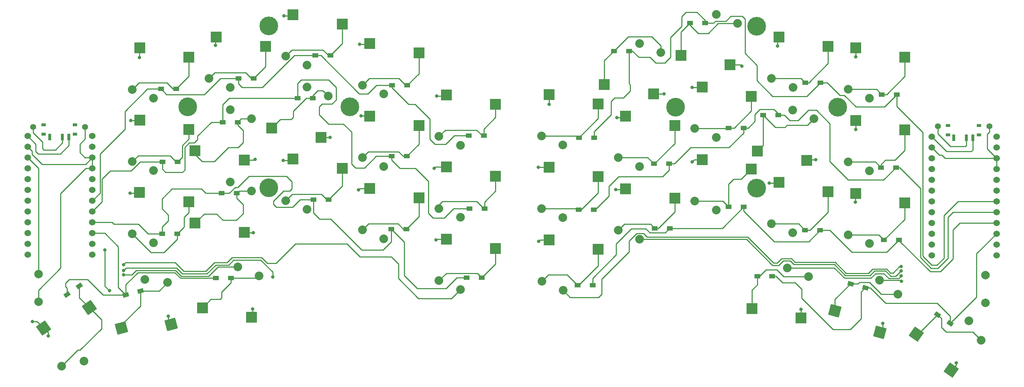
<source format=gbr>
%TF.GenerationSoftware,KiCad,Pcbnew,(6.0.5-0)*%
%TF.CreationDate,2022-07-05T16:09:48-07:00*%
%TF.ProjectId,Swept_3x5,53776570-745f-4337-9835-2e6b69636164,rev?*%
%TF.SameCoordinates,Original*%
%TF.FileFunction,Copper,L2,Bot*%
%TF.FilePolarity,Positive*%
%FSLAX46Y46*%
G04 Gerber Fmt 4.6, Leading zero omitted, Abs format (unit mm)*
G04 Created by KiCad (PCBNEW (6.0.5-0)) date 2022-07-05 16:09:48*
%MOMM*%
%LPD*%
G01*
G04 APERTURE LIST*
G04 Aperture macros list*
%AMRotRect*
0 Rectangle, with rotation*
0 The origin of the aperture is its center*
0 $1 length*
0 $2 width*
0 $3 Rotation angle, in degrees counterclockwise*
0 Add horizontal line*
21,1,$1,$2,0,0,$3*%
G04 Aperture macros list end*
%TA.AperFunction,ComponentPad*%
%ADD10C,1.524000*%
%TD*%
%TA.AperFunction,ComponentPad*%
%ADD11C,2.032000*%
%TD*%
%TA.AperFunction,SMDPad,CuDef*%
%ADD12R,2.600000X2.600000*%
%TD*%
%TA.AperFunction,SMDPad,CuDef*%
%ADD13RotRect,2.600000X2.600000X165.000000*%
%TD*%
%TA.AperFunction,ComponentPad*%
%ADD14C,2.000000*%
%TD*%
%TA.AperFunction,ComponentPad*%
%ADD15C,4.400000*%
%TD*%
%TA.AperFunction,SMDPad,CuDef*%
%ADD16RotRect,2.600000X2.600000X195.000000*%
%TD*%
%TA.AperFunction,SMDPad,CuDef*%
%ADD17RotRect,2.600000X2.600000X145.000000*%
%TD*%
%TA.AperFunction,ComponentPad*%
%ADD18C,1.397000*%
%TD*%
%TA.AperFunction,SMDPad,CuDef*%
%ADD19RotRect,2.600000X2.600000X35.000000*%
%TD*%
%TA.AperFunction,SMDPad,CuDef*%
%ADD20R,1.400000X1.000000*%
%TD*%
%TA.AperFunction,SMDPad,CuDef*%
%ADD21R,0.700000X1.500000*%
%TD*%
%TA.AperFunction,SMDPad,CuDef*%
%ADD22R,1.000000X0.800000*%
%TD*%
%TA.AperFunction,SMDPad,CuDef*%
%ADD23RotRect,1.400000X1.000000X145.000000*%
%TD*%
%TA.AperFunction,SMDPad,CuDef*%
%ADD24RotRect,1.400000X1.000000X35.000000*%
%TD*%
%TA.AperFunction,SMDPad,CuDef*%
%ADD25RotRect,1.400000X1.000000X165.000000*%
%TD*%
%TA.AperFunction,SMDPad,CuDef*%
%ADD26RotRect,1.400000X1.000000X15.000000*%
%TD*%
%TA.AperFunction,ViaPad*%
%ADD27C,0.800000*%
%TD*%
%TA.AperFunction,Conductor*%
%ADD28C,0.250000*%
%TD*%
G04 APERTURE END LIST*
D10*
%TO.P,U1,24,RAW*%
%TO.N,raw*%
X231160401Y-49847433D03*
%TO.P,U1,23,GND*%
%TO.N,gnd*%
X231160401Y-52387433D03*
%TO.P,U1,22,RST*%
%TO.N,reset*%
X231160401Y-54927433D03*
%TO.P,U1,21,VCC*%
%TO.N,vcc*%
X231160401Y-57467433D03*
%TO.P,U1,20,F4*%
%TO.N,col0*%
X231160401Y-60007433D03*
%TO.P,U1,19,F5*%
%TO.N,col1*%
X231160401Y-62547433D03*
%TO.P,U1,18,F6*%
%TO.N,col2*%
X231160401Y-65087433D03*
%TO.P,U1,17,F7*%
%TO.N,col3*%
X231160401Y-67627433D03*
%TO.P,U1,16,B1*%
%TO.N,col4*%
X231160401Y-70167433D03*
%TO.P,U1,15,B3*%
%TO.N,col5*%
X231160401Y-72707433D03*
%TO.P,U1,14,B2*%
%TO.N,unconnected-(U1-Pad14)*%
X231160401Y-75247433D03*
%TO.P,U1,13,B6*%
%TO.N,unconnected-(U1-Pad13)*%
X231160401Y-77787433D03*
%TO.P,U1,12,B5*%
%TO.N,unconnected-(U1-Pad12)*%
X246380401Y-77787433D03*
%TO.P,U1,11,B4*%
%TO.N,unconnected-(U1-Pad11)*%
X246380401Y-75247433D03*
%TO.P,U1,10,E6*%
%TO.N,row_3*%
X246380401Y-72707433D03*
%TO.P,U1,9,D7*%
%TO.N,row_2*%
X246380401Y-70167433D03*
%TO.P,U1,8,C6*%
%TO.N,row_1*%
X246380401Y-67627433D03*
%TO.P,U1,7,D4*%
%TO.N,row_0*%
X246380401Y-65087433D03*
%TO.P,U1,6,SCL*%
%TO.N,unconnected-(U1-Pad6)*%
X246380401Y-62547433D03*
%TO.P,U1,5,SDA*%
%TO.N,unconnected-(U1-Pad5)*%
X246380401Y-60007433D03*
%TO.P,U1,4,GND*%
%TO.N,gnd*%
X246380401Y-57467433D03*
%TO.P,U1,3,GND*%
X246380401Y-54927433D03*
%TO.P,U1,2,RX*%
%TO.N,unconnected-(U1-Pad2)*%
X246380401Y-52387433D03*
%TO.P,U1,1,TX*%
%TO.N,unconnected-(U1-Pad1)*%
X246380401Y-49847433D03*
%TD*%
D11*
%TO.P,SW16,2,2*%
%TO.N,Net-(D14-Pad2)*%
X157497201Y-71920233D03*
D12*
X170772201Y-64370233D03*
%TO.P,SW16,1,1*%
%TO.N,col2*%
X159222201Y-62170233D03*
D11*
X162497201Y-74020233D03*
%TD*%
D12*
%TO.P,SW20,2,2*%
%TO.N,Net-(D18-Pad2)*%
X188918601Y-90386833D03*
D11*
X202193601Y-82836833D03*
%TO.P,SW20,1,1*%
%TO.N,col3*%
X197193601Y-80736833D03*
D12*
X200468601Y-92586833D03*
%TD*%
%TO.P,SW15,2,2*%
%TO.N,Net-(D13-Pad2)*%
X152814401Y-76384433D03*
D11*
X139539401Y-83934433D03*
D12*
%TO.P,SW15,1,1*%
%TO.N,col1*%
X141264401Y-74184433D03*
D11*
X144539401Y-86034433D03*
%TD*%
%TO.P,SW21,2,2*%
%TO.N,Net-(D19-Pad2)*%
X223199743Y-86978210D03*
D13*
X208422993Y-90835127D03*
%TO.P,SW21,1,1*%
%TO.N,col4*%
X219010035Y-95949524D03*
D11*
X218913633Y-83655671D03*
%TD*%
%TO.P,SW17,2,2*%
%TO.N,Net-(D15-Pad2)*%
X175505801Y-65036833D03*
D12*
X188780801Y-57486833D03*
%TO.P,SW17,1,1*%
%TO.N,col3*%
X177230801Y-55286833D03*
D11*
X180505801Y-67136833D03*
%TD*%
%TO.P,SW18,2,2*%
%TO.N,Net-(D16-Pad2)*%
X193514401Y-70396233D03*
D12*
X206789401Y-62846233D03*
%TO.P,SW18,1,1*%
%TO.N,col4*%
X195239401Y-60646233D03*
D11*
X198514401Y-72496233D03*
%TD*%
%TO.P,SW4,2,2*%
%TO.N,Net-(D2-Pad2)*%
X167522601Y-30081033D03*
D12*
X154247601Y-37631033D03*
D11*
%TO.P,SW4,1,1*%
%TO.N,col2*%
X162522601Y-27981033D03*
D12*
X165797601Y-39831033D03*
%TD*%
%TO.P,SW3,2,2*%
%TO.N,Net-(D1-Pad2)*%
X152789001Y-42170633D03*
D11*
X139514001Y-49720633D03*
D12*
%TO.P,SW3,1,1*%
%TO.N,col1*%
X141239001Y-39970633D03*
D11*
X144514001Y-51820633D03*
%TD*%
%TO.P,SW9,2,2*%
%TO.N,Net-(D7-Pad2)*%
X139514001Y-66814833D03*
D12*
X152789001Y-59264833D03*
%TO.P,SW9,1,1*%
%TO.N,col1*%
X141239001Y-57064833D03*
D11*
X144514001Y-68914833D03*
%TD*%
D12*
%TO.P,SW12,2,2*%
%TO.N,Net-(D10-Pad2)*%
X190239401Y-53226633D03*
D11*
X203514401Y-45676633D03*
%TO.P,SW12,1,1*%
%TO.N,col4*%
X198514401Y-43576633D03*
D12*
X201789401Y-55426633D03*
%TD*%
%TO.P,SW11,2,2*%
%TO.N,Net-(D9-Pad2)*%
X188780801Y-40367233D03*
D11*
X175505801Y-47917233D03*
D12*
%TO.P,SW11,1,1*%
%TO.N,col3*%
X177230801Y-38167233D03*
D11*
X180505801Y-50017233D03*
%TD*%
%TO.P,SW6,2,2*%
%TO.N,Net-(D4-Pad2)*%
X193539801Y-36157033D03*
D12*
X206814801Y-28607033D03*
D11*
%TO.P,SW6,1,1*%
%TO.N,col4*%
X198539801Y-38257033D03*
D12*
X195264801Y-26407033D03*
%TD*%
D11*
%TO.P,SW5,2,2*%
%TO.N,Net-(D3-Pad2)*%
X185531201Y-23223033D03*
D12*
X172256201Y-30773033D03*
%TO.P,SW5,1,1*%
%TO.N,col3*%
X183806201Y-32973033D03*
D11*
X180531201Y-21123033D03*
%TD*%
D14*
%TO.P,RSW1,2,2*%
%TO.N,reset*%
X243751801Y-88997833D03*
%TO.P,RSW1,1,1*%
%TO.N,gnd*%
X243751801Y-82497833D03*
%TD*%
D11*
%TO.P,SW10,2,2*%
%TO.N,Net-(D8-Pad2)*%
X157497201Y-54800633D03*
D12*
X170772201Y-47250633D03*
D11*
%TO.P,SW10,1,1*%
%TO.N,col2*%
X162497201Y-56900633D03*
D12*
X159222201Y-45050633D03*
%TD*%
D15*
%TO.P,REF\u002A\u002A,1*%
%TO.N,N/C*%
X190022601Y-61983433D03*
X190022601Y-23883433D03*
X170972601Y-42933433D03*
X209072601Y-42933433D03*
%TD*%
D10*
%TO.P,U2,1,TX*%
%TO.N,unconnected-(U2-Pad1)*%
X33942000Y-49722800D03*
%TO.P,U2,2,RX*%
%TO.N,unconnected-(U2-Pad2)*%
X33942000Y-52262800D03*
%TO.P,U2,3,GND*%
%TO.N,gnd_r*%
X33942000Y-54802800D03*
%TO.P,U2,4,GND*%
X33942000Y-57342800D03*
%TO.P,U2,5,SDA*%
%TO.N,unconnected-(U2-Pad5)*%
X33942000Y-59882800D03*
%TO.P,U2,6,SCL*%
%TO.N,unconnected-(U2-Pad6)*%
X33942000Y-62422800D03*
%TO.P,U2,7,D4*%
%TO.N,row_0r*%
X33942000Y-64962800D03*
%TO.P,U2,8,C6*%
%TO.N,row_1r*%
X33942000Y-67502800D03*
%TO.P,U2,9,D7*%
%TO.N,row_2r*%
X33942000Y-70042800D03*
%TO.P,U2,10,E6*%
%TO.N,row_3r*%
X33942000Y-72582800D03*
%TO.P,U2,11,B4*%
%TO.N,unconnected-(U2-Pad11)*%
X33942000Y-75122800D03*
%TO.P,U2,12,B5*%
%TO.N,unconnected-(U2-Pad12)*%
X33942000Y-77662800D03*
%TO.P,U2,13,B6*%
%TO.N,unconnected-(U2-Pad13)*%
X18722000Y-77662800D03*
%TO.P,U2,14,B2*%
%TO.N,unconnected-(U2-Pad14)*%
X18722000Y-75122800D03*
%TO.P,U2,15,B3*%
%TO.N,col5r*%
X18722000Y-72582800D03*
%TO.P,U2,16,B1*%
%TO.N,col4r*%
X18722000Y-70042800D03*
%TO.P,U2,17,F7*%
%TO.N,col3r*%
X18722000Y-67502800D03*
%TO.P,U2,18,F6*%
%TO.N,col2r*%
X18722000Y-64962800D03*
%TO.P,U2,19,F5*%
%TO.N,col1r*%
X18722000Y-62422800D03*
%TO.P,U2,20,F4*%
%TO.N,col0r*%
X18722000Y-59882800D03*
%TO.P,U2,21,VCC*%
%TO.N,vcc_r*%
X18722000Y-57342800D03*
%TO.P,U2,22,RST*%
%TO.N,reset_r*%
X18722000Y-54802800D03*
%TO.P,U2,23,GND*%
%TO.N,gnd_r*%
X18722000Y-52262800D03*
%TO.P,U2,24,RAW*%
%TO.N,raw_r*%
X18722000Y-49722800D03*
%TD*%
D12*
%TO.P,SW17_r1,1,1*%
%TO.N,col3r*%
X81103800Y-55162400D03*
D11*
X84378800Y-67012400D03*
%TO.P,SW17_r1,2,2*%
%TO.N,Net-(Dr15-Pad2)*%
X79378800Y-64912400D03*
D12*
X92653800Y-57362400D03*
%TD*%
D11*
%TO.P,SW11_r1,1,1*%
%TO.N,col3r*%
X84353400Y-38219800D03*
D12*
X87628400Y-50069800D03*
%TO.P,SW11_r1,2,2*%
%TO.N,Net-(Dr9-Pad2)*%
X76078400Y-47869800D03*
D11*
X89353400Y-40319800D03*
%TD*%
%TO.P,SW15_r1,1,1*%
%TO.N,col1r*%
X120396000Y-85859200D03*
D12*
X117121000Y-74009200D03*
D11*
%TO.P,SW15_r1,2,2*%
%TO.N,Net-(Dr13-Pad2)*%
X115396000Y-83759200D03*
D12*
X128671000Y-76209200D03*
%TD*%
D11*
%TO.P,SW18_r1,1,1*%
%TO.N,col4r*%
X66344800Y-60521000D03*
D12*
X69619800Y-72371000D03*
D11*
%TO.P,SW18_r1,2,2*%
%TO.N,Net-(Dr16-Pad2)*%
X71344800Y-62621000D03*
D12*
X58069800Y-70171000D03*
%TD*%
D11*
%TO.P,SW6_r1,1,1*%
%TO.N,col4r*%
X66344800Y-38259600D03*
D12*
X63069800Y-26409600D03*
%TO.P,SW6_r1,2,2*%
%TO.N,Net-(Dr4-Pad2)*%
X74619800Y-28609600D03*
D11*
X61344800Y-36159600D03*
%TD*%
%TO.P,SW5_r1,1,1*%
%TO.N,col3r*%
X84378800Y-33001800D03*
D12*
X81103800Y-21151800D03*
D11*
%TO.P,SW5_r1,2,2*%
%TO.N,Net-(Dr3-Pad2)*%
X79378800Y-30901800D03*
D12*
X92653800Y-23351800D03*
%TD*%
D11*
%TO.P,SW16_r1,1,1*%
%TO.N,col2r*%
X102412800Y-73895800D03*
D12*
X99137800Y-62045800D03*
%TO.P,SW16_r1,2,2*%
%TO.N,Net-(Dr14-Pad2)*%
X110687800Y-64245800D03*
D11*
X97412800Y-71795800D03*
%TD*%
D12*
%TO.P,SW4_r1,1,1*%
%TO.N,col2r*%
X99112400Y-27984400D03*
D11*
X102387400Y-39834400D03*
%TO.P,SW4_r1,2,2*%
%TO.N,Net-(Dr2-Pad2)*%
X97387400Y-37734400D03*
D12*
X110662400Y-30184400D03*
%TD*%
%TO.P,SW13_r1,1,1*%
%TO.N,col5r*%
X45061200Y-45993000D03*
D11*
X48336200Y-57843000D03*
D12*
%TO.P,SW13_r1,2,2*%
%TO.N,Net-(Dr11-Pad2)*%
X56611200Y-48193000D03*
D11*
X43336200Y-55743000D03*
%TD*%
%TO.P,SW12_r1,1,1*%
%TO.N,col4r*%
X66344800Y-43528400D03*
D12*
X69619800Y-55378400D03*
%TO.P,SW12_r1,2,2*%
%TO.N,Net-(Dr10-Pad2)*%
X58069800Y-53178400D03*
D11*
X71344800Y-45628400D03*
%TD*%
D12*
%TO.P,SW3_r1,1,1*%
%TO.N,col1r*%
X117121000Y-40024000D03*
D11*
X120396000Y-51874000D03*
D12*
%TO.P,SW3_r1,2,2*%
%TO.N,Net-(Dr1-Pad2)*%
X128671000Y-42224000D03*
D11*
X115396000Y-49774000D03*
%TD*%
D16*
%TO.P,SW21_r1,1,1*%
%TO.N,col4r*%
X52480780Y-94053626D03*
D11*
X46250368Y-83455038D03*
D16*
%TO.P,SW21_r1,2,2*%
%TO.N,Net-(Dr19-Pad2)*%
X40754935Y-94917949D03*
D11*
X51623517Y-84189387D03*
%TD*%
D12*
%TO.P,SW9_r1,1,1*%
%TO.N,col1r*%
X117121000Y-57016600D03*
D11*
X120396000Y-68866600D03*
%TO.P,SW9_r1,2,2*%
%TO.N,Net-(Dr7-Pad2)*%
X115396000Y-66766600D03*
D12*
X128671000Y-59216600D03*
%TD*%
D11*
%TO.P,SW20_r1,1,1*%
%TO.N,col3r*%
X68072000Y-80510800D03*
D12*
X71347000Y-92360800D03*
D11*
%TO.P,SW20_r1,2,2*%
%TO.N,Net-(Dr18-Pad2)*%
X73072000Y-82610800D03*
D12*
X59797000Y-90160800D03*
%TD*%
%TO.P,SW7_r1,1,1*%
%TO.N,col5r*%
X45061200Y-29000400D03*
D11*
X48336200Y-40850400D03*
D12*
%TO.P,SW7_r1,2,2*%
%TO.N,Net-(Dr5-Pad2)*%
X56611200Y-31200400D03*
D11*
X43336200Y-38750400D03*
%TD*%
D15*
%TO.P,REF\u002A\u002A,1*%
%TO.N,N/C*%
X94407400Y-42878400D03*
X56307400Y-42878400D03*
X75357400Y-61928400D03*
X75357400Y-23828400D03*
%TD*%
D14*
%TO.P,RSW2,1,1*%
%TO.N,gnd_r*%
X21285200Y-88721000D03*
%TO.P,RSW2,2,2*%
%TO.N,reset_r*%
X21285200Y-82221000D03*
%TD*%
D12*
%TO.P,SW13,2,2*%
%TO.N,Net-(D11-Pad2)*%
X224823401Y-48292033D03*
D11*
X211548401Y-55842033D03*
%TO.P,SW13,1,1*%
%TO.N,col5*%
X216548401Y-57942033D03*
D12*
X213273401Y-46092033D03*
%TD*%
D11*
%TO.P,SW22,2,2*%
%TO.N,Net-(D20-Pad2)*%
X242762752Y-97796537D03*
D17*
X227558006Y-96366908D03*
%TO.P,SW22,1,1*%
%TO.N,col5*%
X235757344Y-104793850D03*
D11*
X239871502Y-93208436D03*
%TD*%
D12*
%TO.P,SW19,2,2*%
%TO.N,Net-(D17-Pad2)*%
X224823401Y-65411633D03*
D11*
X211548401Y-72961633D03*
D12*
%TO.P,SW19,1,1*%
%TO.N,col5*%
X213273401Y-63211633D03*
D11*
X216548401Y-75061633D03*
%TD*%
D12*
%TO.P,SW19_r1,1,1*%
%TO.N,col5r*%
X45035800Y-63011000D03*
D11*
X48310800Y-74861000D03*
%TO.P,SW19_r1,2,2*%
%TO.N,Net-(Dr17-Pad2)*%
X43310800Y-72761000D03*
D12*
X56585800Y-65211000D03*
%TD*%
D18*
%TO.P,Bat+1,1,1*%
%TO.N,BT+*%
X232575801Y-47393833D03*
%TD*%
D12*
%TO.P,SW10_r1,1,1*%
%TO.N,col2r*%
X99112400Y-45027800D03*
D11*
X102387400Y-56877800D03*
%TO.P,SW10_r1,2,2*%
%TO.N,Net-(Dr8-Pad2)*%
X97387400Y-54777800D03*
D12*
X110662400Y-47227800D03*
%TD*%
D19*
%TO.P,SW22_r1,1,1*%
%TO.N,col5r*%
X22489033Y-94916438D03*
D11*
X31968637Y-102744927D03*
D19*
%TO.P,SW22_r1,2,2*%
%TO.N,Net-(Dr20-Pad2)*%
X33212108Y-90093765D03*
D11*
X26668366Y-103892590D03*
%TD*%
D18*
%TO.P,BatGND1,1,1*%
%TO.N,gnd*%
X244717001Y-47444633D03*
%TD*%
%TO.P,Bat+r1,1,1*%
%TO.N,BT+_r*%
X20040600Y-47574200D03*
%TD*%
D11*
%TO.P,SW7,2,2*%
%TO.N,Net-(D5-Pad2)*%
X211548401Y-38722433D03*
D12*
X224823401Y-31172433D03*
%TO.P,SW7,1,1*%
%TO.N,col5*%
X213273401Y-28972433D03*
D11*
X216548401Y-40822433D03*
%TD*%
D18*
%TO.P,BatGND4,1,1*%
%TO.N,gnd_r*%
X32207200Y-47625000D03*
%TD*%
D20*
%TO.P,D7,2,A*%
%TO.N,Net-(D7-Pad2)*%
X148225401Y-67078833D03*
%TO.P,D7,1,K*%
%TO.N,row_1*%
X151775401Y-67078833D03*
%TD*%
%TO.P,D18,2,A*%
%TO.N,Net-(D18-Pad2)*%
X190157801Y-82725233D03*
%TO.P,D18,1,K*%
%TO.N,row_3*%
X193707801Y-82725233D03*
%TD*%
%TO.P,Dr16,1,K*%
%TO.N,row_2r*%
X64315800Y-63195200D03*
%TO.P,Dr16,2,A*%
%TO.N,Net-(Dr16-Pad2)*%
X67865800Y-63195200D03*
%TD*%
%TO.P,Dr15,1,K*%
%TO.N,row_2r*%
X85905800Y-64693800D03*
%TO.P,Dr15,2,A*%
%TO.N,Net-(Dr15-Pad2)*%
X89455800Y-64693800D03*
%TD*%
%TO.P,Dr3,1,K*%
%TO.N,row_0r*%
X86312200Y-30759400D03*
%TO.P,Dr3,2,A*%
%TO.N,Net-(Dr3-Pad2)*%
X89862200Y-30759400D03*
%TD*%
%TO.P,Dr18,1,K*%
%TO.N,row_3r*%
X62915800Y-83159600D03*
%TO.P,Dr18,2,A*%
%TO.N,Net-(Dr18-Pad2)*%
X66465800Y-83159600D03*
%TD*%
%TO.P,Dr9,1,K*%
%TO.N,row_1r*%
X82197400Y-40843200D03*
%TO.P,Dr9,2,A*%
%TO.N,Net-(Dr9-Pad2)*%
X85747400Y-40843200D03*
%TD*%
%TO.P,D11,2,A*%
%TO.N,Net-(D11-Pad2)*%
X219215401Y-57122033D03*
%TO.P,D11,1,K*%
%TO.N,row_1*%
X222765401Y-57122033D03*
%TD*%
%TO.P,D17,2,A*%
%TO.N,Net-(D17-Pad2)*%
X219952001Y-74190833D03*
%TO.P,D17,1,K*%
%TO.N,row_2*%
X223502001Y-74190833D03*
%TD*%
%TO.P,D15,2,A*%
%TO.N,Net-(D15-Pad2)*%
X183452201Y-66418433D03*
%TO.P,D15,1,K*%
%TO.N,row_2*%
X187002201Y-66418433D03*
%TD*%
%TO.P,D2,2,A*%
%TO.N,Net-(D2-Pad2)*%
X156505801Y-29690033D03*
%TO.P,D2,1,K*%
%TO.N,row_0*%
X160055801Y-29690033D03*
%TD*%
%TO.P,Dr4,1,K*%
%TO.N,row_0r*%
X68252800Y-36169600D03*
%TO.P,Dr4,2,A*%
%TO.N,Net-(Dr4-Pad2)*%
X71802800Y-36169600D03*
%TD*%
%TO.P,D13,2,A*%
%TO.N,Net-(D13-Pad2)*%
X147920601Y-84858833D03*
%TO.P,D13,1,K*%
%TO.N,row_2*%
X151470601Y-84858833D03*
%TD*%
%TO.P,Dr10,1,K*%
%TO.N,row_1r*%
X64519000Y-46456600D03*
%TO.P,Dr10,2,A*%
%TO.N,Net-(Dr10-Pad2)*%
X68069000Y-46456600D03*
%TD*%
D21*
%TO.P,SW_POWER1,3,C*%
%TO.N,raw*%
X240845601Y-50086233D03*
%TO.P,SW_POWER1,2,B*%
%TO.N,BT+*%
X239345601Y-50086233D03*
%TO.P,SW_POWER1,1,A*%
%TO.N,unconnected-(SW_POWER1-Pad1)*%
X236345601Y-50086233D03*
D22*
%TO.P,SW_POWER1,*%
%TO.N,*%
X234945601Y-47226233D03*
X242245601Y-49436233D03*
X234945601Y-49436233D03*
X242245601Y-47226233D03*
%TD*%
D20*
%TO.P,D3,2,A*%
%TO.N,Net-(D3-Pad2)*%
X174362001Y-23136833D03*
%TO.P,D3,1,K*%
%TO.N,row_0*%
X177912001Y-23136833D03*
%TD*%
%TO.P,Dr11,1,K*%
%TO.N,row_1r*%
X50396600Y-55829200D03*
%TO.P,Dr11,2,A*%
%TO.N,Net-(Dr11-Pad2)*%
X53946600Y-55829200D03*
%TD*%
%TO.P,Dr2,1,K*%
%TO.N,row_0r*%
X104371600Y-37769800D03*
%TO.P,Dr2,2,A*%
%TO.N,Net-(Dr2-Pad2)*%
X107921600Y-37769800D03*
%TD*%
D23*
%TO.P,D20,2,A*%
%TO.N,Net-(D20-Pad2)*%
X232550401Y-91767633D03*
%TO.P,D20,1,K*%
%TO.N,row_3*%
X235458391Y-93803829D03*
%TD*%
D20*
%TO.P,D16,2,A*%
%TO.N,Net-(D16-Pad2)*%
X201410001Y-71904833D03*
%TO.P,D16,1,K*%
%TO.N,row_2*%
X204960001Y-71904833D03*
%TD*%
D24*
%TO.P,Dr20,1,K*%
%TO.N,row_3r*%
X27978410Y-87075396D03*
%TO.P,Dr20,2,A*%
%TO.N,Net-(Dr20-Pad2)*%
X30886400Y-85039200D03*
%TD*%
D20*
%TO.P,Dr7,1,K*%
%TO.N,row_1r*%
X122532600Y-66802000D03*
%TO.P,Dr7,2,A*%
%TO.N,Net-(Dr7-Pad2)*%
X126082600Y-66802000D03*
%TD*%
%TO.P,Dr5,1,K*%
%TO.N,row_0r*%
X50066400Y-38633400D03*
%TO.P,Dr5,2,A*%
%TO.N,Net-(Dr5-Pad2)*%
X53616400Y-38633400D03*
%TD*%
D25*
%TO.P,D19,2,A*%
%TO.N,Net-(D19-Pad2)*%
X212128801Y-84477833D03*
%TO.P,D19,1,K*%
%TO.N,row_3*%
X215557837Y-85396641D03*
%TD*%
D20*
%TO.P,Dr1,1,K*%
%TO.N,row_0r*%
X122380200Y-49657000D03*
%TO.P,Dr1,2,A*%
%TO.N,Net-(Dr1-Pad2)*%
X125930200Y-49657000D03*
%TD*%
D22*
%TO.P,SW_POWERR1,*%
%TO.N,*%
X22512000Y-47101800D03*
X29812000Y-47101800D03*
X22512000Y-49311800D03*
X29812000Y-49311800D03*
D21*
%TO.P,SW_POWERR1,1,A*%
%TO.N,unconnected-(SW_POWERR1-Pad1)*%
X23912000Y-49961800D03*
%TO.P,SW_POWERR1,2,B*%
%TO.N,BT+_r*%
X26912000Y-49961800D03*
%TO.P,SW_POWERR1,3,C*%
%TO.N,raw_r*%
X28412000Y-49961800D03*
%TD*%
D20*
%TO.P,Dr14,1,K*%
%TO.N,row_2r*%
X104193800Y-71602600D03*
%TO.P,Dr14,2,A*%
%TO.N,Net-(Dr14-Pad2)*%
X107743800Y-71602600D03*
%TD*%
%TO.P,D10,2,A*%
%TO.N,Net-(D10-Pad2)*%
X191580201Y-44828433D03*
%TO.P,D10,1,K*%
%TO.N,row_1*%
X195130201Y-44828433D03*
%TD*%
%TO.P,D9,2,A*%
%TO.N,Net-(D9-Pad2)*%
X183401401Y-47825633D03*
%TO.P,D9,1,K*%
%TO.N,row_1*%
X186951401Y-47825633D03*
%TD*%
%TO.P,Dr13,1,K*%
%TO.N,row_2r*%
X121872200Y-83083400D03*
%TO.P,Dr13,2,A*%
%TO.N,Net-(Dr13-Pad2)*%
X125422200Y-83083400D03*
%TD*%
%TO.P,D4,2,A*%
%TO.N,Net-(D4-Pad2)*%
X201486201Y-37157633D03*
%TO.P,D4,1,K*%
%TO.N,row_0*%
X205036201Y-37157633D03*
%TD*%
%TO.P,D14,2,A*%
%TO.N,Net-(D14-Pad2)*%
X166056201Y-71422233D03*
%TO.P,D14,1,K*%
%TO.N,row_2*%
X169606201Y-71422233D03*
%TD*%
%TO.P,Dr8,1,K*%
%TO.N,row_1r*%
X104244600Y-54483000D03*
%TO.P,Dr8,2,A*%
%TO.N,Net-(Dr8-Pad2)*%
X107794600Y-54483000D03*
%TD*%
D26*
%TO.P,Dr19,1,K*%
%TO.N,row_3r*%
X41783000Y-87096600D03*
%TO.P,Dr19,2,A*%
%TO.N,Net-(Dr19-Pad2)*%
X45212036Y-86177792D03*
%TD*%
D20*
%TO.P,D5,2,A*%
%TO.N,Net-(D5-Pad2)*%
X219444001Y-39926233D03*
%TO.P,D5,1,K*%
%TO.N,row_0*%
X222994001Y-39926233D03*
%TD*%
%TO.P,Dr17,1,K*%
%TO.N,row_2r*%
X50320400Y-72771000D03*
%TO.P,Dr17,2,A*%
%TO.N,Net-(Dr17-Pad2)*%
X53870400Y-72771000D03*
%TD*%
%TO.P,D1,2,A*%
%TO.N,Net-(D1-Pad2)*%
X148276201Y-50086233D03*
%TO.P,D1,1,K*%
%TO.N,row_0*%
X151826201Y-50086233D03*
%TD*%
%TO.P,D8,2,A*%
%TO.N,Net-(D8-Pad2)*%
X165875401Y-56258433D03*
%TO.P,D8,1,K*%
%TO.N,row_1*%
X169425401Y-56258433D03*
%TD*%
D27*
%TO.N,col1*%
X223939801Y-80481130D03*
X138824401Y-74495633D03*
X138697401Y-57071233D03*
X141237401Y-42237633D03*
%TO.N,col2*%
X223939801Y-81480633D03*
X156909201Y-62303633D03*
X157137801Y-45361833D03*
X168237601Y-39799233D03*
%TO.N,col3*%
X174841601Y-38275233D03*
X186576401Y-33271433D03*
X174892401Y-55775833D03*
X223990601Y-82649033D03*
X200444801Y-90548433D03*
%TO.N,col4*%
X194907601Y-28547033D03*
X224041401Y-83919033D03*
X203924601Y-55318633D03*
X219672601Y-93825033D03*
X192977201Y-60779633D03*
%TO.N,col5*%
X213195601Y-65300833D03*
X213297201Y-48155833D03*
X213271801Y-31061633D03*
X236919201Y-103121433D03*
%TO.N,col1r*%
X114249200Y-57327800D03*
X114808000Y-40335200D03*
X114655600Y-74168000D03*
X41249600Y-80010000D03*
%TO.N,col2r*%
X96494600Y-62382400D03*
X97104200Y-44983400D03*
X96723200Y-28092400D03*
X41249600Y-81356200D03*
X76327000Y-82854800D03*
%TO.N,col3r*%
X89814400Y-50063400D03*
X71602600Y-90398600D03*
X78968600Y-21463000D03*
X41249600Y-82397600D03*
X78765400Y-55448200D03*
%TO.N,col4r*%
X51790600Y-92100400D03*
X72212200Y-55194200D03*
X62865000Y-28371800D03*
X71729600Y-72440800D03*
%TO.N,col5r*%
X37973000Y-86131400D03*
X42976800Y-46075600D03*
X23571200Y-96748600D03*
X42773600Y-63169800D03*
X36906200Y-76530200D03*
X45008800Y-31267400D03*
X19837400Y-93370400D03*
%TD*%
D28*
%TO.N,col1*%
X223939801Y-80481130D02*
X223567704Y-80481130D01*
X187871801Y-73479633D02*
X164275201Y-73479633D01*
X164275201Y-73479633D02*
X163411601Y-72616033D01*
X223567704Y-80481130D02*
X222111001Y-81937833D01*
X222111001Y-81937833D02*
X221476001Y-81937833D01*
X221476001Y-81937833D02*
X220569281Y-81031113D01*
X198217281Y-78618113D02*
X195839721Y-78618113D01*
X195839721Y-78618113D02*
X194882201Y-79575633D01*
X220569281Y-81031113D02*
X217251921Y-81031113D01*
X216269001Y-82014033D02*
X211062001Y-82014033D01*
X217251921Y-81031113D02*
X216269001Y-82014033D01*
X198997001Y-79397833D02*
X198217281Y-78618113D01*
X208445801Y-79397833D02*
X198997001Y-79397833D01*
X211062001Y-82014033D02*
X208445801Y-79397833D01*
X194882201Y-79575633D02*
X193967801Y-79575633D01*
X193967801Y-79575633D02*
X187871801Y-73479633D01*
X163411601Y-72616033D02*
X161836801Y-72616033D01*
X161836801Y-72616033D02*
X160058801Y-74394033D01*
X160058801Y-74394033D02*
X160058801Y-76984833D01*
X160058801Y-76984833D02*
X153632601Y-83411033D01*
X153632601Y-83411033D02*
X153632601Y-86941633D01*
X152893434Y-87680800D02*
X146185768Y-87680800D01*
X153632601Y-86941633D02*
X152893434Y-87680800D01*
X146185768Y-87680800D02*
X144539401Y-86034433D01*
%TO.N,BT+*%
X239078201Y-52194433D02*
X239345601Y-51927033D01*
X239345601Y-51927033D02*
X239345601Y-50086233D01*
X232575801Y-49197233D02*
X235573001Y-52194433D01*
X232575801Y-47393833D02*
X232575801Y-49197233D01*
X235573001Y-52194433D02*
X239078201Y-52194433D01*
%TO.N,gnd*%
X244717001Y-47444633D02*
X244717001Y-48790833D01*
X244209001Y-49298833D02*
X244209001Y-52756033D01*
X244717001Y-48790833D02*
X244209001Y-49298833D01*
X234318201Y-54927433D02*
X246380401Y-54927433D01*
X231160401Y-52387433D02*
X232923201Y-54150233D01*
X232923201Y-54150233D02*
X233541001Y-54150233D01*
X246380401Y-54927433D02*
X246380401Y-57467433D01*
X244209001Y-52756033D02*
X246380401Y-54927433D01*
X233541001Y-54150233D02*
X234318201Y-54927433D01*
%TO.N,raw*%
X240856201Y-52931033D02*
X240845601Y-52920433D01*
X231160401Y-49847433D02*
X234650401Y-53337433D01*
X240845601Y-52920433D02*
X240845601Y-50086233D01*
X240449801Y-53337433D02*
X240856201Y-52931033D01*
X234650401Y-53337433D02*
X240449801Y-53337433D01*
%TO.N,BT+_r*%
X20040600Y-48945800D02*
X22199600Y-51104800D01*
X22199600Y-52679600D02*
X22529800Y-53009800D01*
X25247600Y-53009800D02*
X26912000Y-51345400D01*
X22529800Y-53009800D02*
X25247600Y-53009800D01*
X22199600Y-51104800D02*
X22199600Y-52679600D01*
X26912000Y-51345400D02*
X26912000Y-49961800D01*
X20040600Y-47574200D02*
X20040600Y-48945800D01*
%TO.N,reset_r*%
X21285200Y-57366000D02*
X18722000Y-54802800D01*
X21285200Y-82221000D02*
X21285200Y-57366000D01*
%TO.N,gnd_r*%
X32207200Y-47625000D02*
X32207200Y-50419000D01*
X21285200Y-86004400D02*
X26492200Y-80797400D01*
X26492200Y-80797400D02*
X26492200Y-63246000D01*
X32207200Y-54838600D02*
X32243000Y-54802800D01*
X30988000Y-51638200D02*
X30988000Y-53619400D01*
X26492200Y-63246000D02*
X32395400Y-57342800D01*
X33942000Y-54802800D02*
X33942000Y-57342800D01*
X19735800Y-53276600D02*
X19735800Y-54000400D01*
X32382200Y-56362600D02*
X33942000Y-54802800D01*
X32207200Y-50419000D02*
X30988000Y-51638200D01*
X30988000Y-53619400D02*
X32207200Y-54838600D01*
X22098000Y-56362600D02*
X32382200Y-56362600D01*
X21285200Y-88721000D02*
X21285200Y-86004400D01*
X18722000Y-52262800D02*
X19735800Y-53276600D01*
X32395400Y-57342800D02*
X33942000Y-57342800D01*
X19735800Y-54000400D02*
X22098000Y-56362600D01*
X32243000Y-54802800D02*
X33942000Y-54802800D01*
%TO.N,row_0*%
X232398001Y-80109033D02*
X234049001Y-78458033D01*
X169812401Y-26489633D02*
X172403201Y-23898833D01*
X222994001Y-42739633D02*
X229070601Y-48816233D01*
X166281801Y-32534833D02*
X168440801Y-32534833D01*
X209588801Y-40104033D02*
X210630201Y-40104033D01*
X176010001Y-20546033D02*
X177912001Y-22448033D01*
X237361201Y-65087433D02*
X246380401Y-65087433D01*
X151826201Y-48692233D02*
X155791601Y-44726833D01*
X187313001Y-30248833D02*
X190132401Y-33068233D01*
X186627201Y-21536633D02*
X187313001Y-22222433D01*
X234049001Y-68399633D02*
X237361201Y-65087433D01*
X205036201Y-37157633D02*
X206642401Y-37157633D01*
X234049001Y-78458033D02*
X234049001Y-68399633D01*
X172403201Y-21587433D02*
X173444601Y-20546033D01*
X155791601Y-44726833D02*
X155791601Y-41577233D01*
X160055801Y-37383233D02*
X160055801Y-29690033D01*
X201835801Y-40358033D02*
X205036201Y-37157633D01*
X183934801Y-21536633D02*
X186627201Y-21536633D01*
X162319401Y-31188633D02*
X164935601Y-31188633D01*
X179896201Y-23136833D02*
X180378801Y-22654233D01*
X231178801Y-80109033D02*
X232398001Y-80109033D01*
X213398801Y-42872633D02*
X220047601Y-42872633D01*
X164935601Y-31188633D02*
X166281801Y-32534833D01*
X177912001Y-22448033D02*
X177912001Y-23136833D01*
X156655201Y-40713633D02*
X158712601Y-40713633D01*
X160312801Y-39113433D02*
X160312801Y-37640233D01*
X158712601Y-40713633D02*
X160312801Y-39113433D01*
X182817201Y-22654233D02*
X183934801Y-21536633D01*
X210630201Y-40104033D02*
X213398801Y-42872633D01*
X173444601Y-20546033D02*
X176010001Y-20546033D01*
X155791601Y-41577233D02*
X156655201Y-40713633D01*
X177912001Y-23136833D02*
X179896201Y-23136833D01*
X220047601Y-42872633D02*
X222994001Y-39926233D01*
X160312801Y-37640233D02*
X160055801Y-37383233D01*
X160820801Y-29690033D02*
X162319401Y-31188633D01*
X229070601Y-78000833D02*
X231178801Y-80109033D01*
X222994001Y-39926233D02*
X222994001Y-42739633D01*
X169812401Y-31163233D02*
X169812401Y-26489633D01*
X168440801Y-32534833D02*
X169812401Y-31163233D01*
X190132401Y-36700433D02*
X193790001Y-40358033D01*
X187313001Y-22222433D02*
X187313001Y-30248833D01*
X229070601Y-48816233D02*
X229070601Y-78000833D01*
X151826201Y-50086233D02*
X151826201Y-48692233D01*
X160055801Y-29690033D02*
X160820801Y-29690033D01*
X180378801Y-22654233D02*
X182817201Y-22654233D01*
X190132401Y-33068233D02*
X190132401Y-36700433D01*
X172403201Y-23898833D02*
X172403201Y-21587433D01*
X206642401Y-37157633D02*
X209588801Y-40104033D01*
X193790001Y-40358033D02*
X201835801Y-40358033D01*
%TO.N,Net-(D2-Pad2)*%
X167522601Y-28441633D02*
X165392801Y-26311833D01*
X165392801Y-26311833D02*
X159884001Y-26311833D01*
X167522601Y-30081033D02*
X167522601Y-28441633D01*
X154247601Y-31948233D02*
X156505801Y-29690033D01*
X154247601Y-37631033D02*
X154247601Y-31948233D01*
X159884001Y-26311833D02*
X156505801Y-29690033D01*
%TO.N,row_1*%
X186951401Y-49025433D02*
X186951401Y-47825633D01*
X231026401Y-80820233D02*
X232652001Y-80820233D01*
X188049601Y-47825633D02*
X189624401Y-46250833D01*
X190767401Y-43456833D02*
X194120201Y-43456833D01*
X202197401Y-43634633D02*
X204051601Y-43634633D01*
X219844401Y-60043033D02*
X222765401Y-57122033D01*
X196584001Y-44828433D02*
X197828601Y-46073033D01*
X222765401Y-57122033D02*
X223635001Y-57122033D01*
X169425401Y-57788433D02*
X169425401Y-56258433D01*
X199759001Y-46073033D02*
X202197401Y-43634633D01*
X207201201Y-46784233D02*
X207201201Y-55699633D01*
X189624401Y-44599833D02*
X190767401Y-43456833D01*
X223635001Y-57122033D02*
X228562601Y-62049633D01*
X211544601Y-60043033D02*
X219844401Y-60043033D01*
X155334401Y-61516233D02*
X157569601Y-59281033D01*
X155334401Y-63802233D02*
X155334401Y-61516233D01*
X195130201Y-44466833D02*
X195130201Y-44828433D01*
X204051601Y-43634633D02*
X207201201Y-46784233D01*
X197828601Y-46073033D02*
X199759001Y-46073033D01*
X174562201Y-52448433D02*
X183528401Y-52448433D01*
X157569601Y-59281033D02*
X167932801Y-59281033D01*
X169425401Y-56258433D02*
X170752201Y-56258433D01*
X232652001Y-80820233D02*
X234963401Y-78508833D01*
X186951401Y-47825633D02*
X188049601Y-47825633D01*
X195130201Y-44828433D02*
X196584001Y-44828433D01*
X234963401Y-68856833D02*
X236192801Y-67627433D01*
X234963401Y-78508833D02*
X234963401Y-68856833D01*
X167932801Y-59281033D02*
X169425401Y-57788433D01*
X151775401Y-67078833D02*
X152057801Y-67078833D01*
X207201201Y-55699633D02*
X211544601Y-60043033D01*
X183528401Y-52448433D02*
X186951401Y-49025433D01*
X228562601Y-78356433D02*
X231026401Y-80820233D01*
X170752201Y-56258433D02*
X174562201Y-52448433D01*
X189624401Y-46250833D02*
X189624401Y-44599833D01*
X236192801Y-67627433D02*
X246380401Y-67627433D01*
X194120201Y-43456833D02*
X195130201Y-44466833D01*
X228562601Y-62049633D02*
X228562601Y-78356433D01*
X152057801Y-67078833D02*
X155334401Y-63802233D01*
%TO.N,Net-(D7-Pad2)*%
X152789001Y-63045633D02*
X148755801Y-67078833D01*
X147961401Y-66814833D02*
X148225401Y-67078833D01*
X148755801Y-67078833D02*
X148225401Y-67078833D01*
X152789001Y-59264833D02*
X152789001Y-63045633D01*
X139514001Y-66814833D02*
X147961401Y-66814833D01*
%TO.N,Net-(D8-Pad2)*%
X170772201Y-47250633D02*
X170772201Y-51463233D01*
X157497201Y-54800633D02*
X164417601Y-54800633D01*
X164417601Y-54800633D02*
X165875401Y-56258433D01*
X165977001Y-56258433D02*
X165875401Y-56258433D01*
X170772201Y-51463233D02*
X165977001Y-56258433D01*
%TO.N,row_2*%
X230823201Y-81633033D02*
X233210801Y-81633033D01*
X157010801Y-77670633D02*
X157010801Y-75130633D01*
X237767601Y-70167433D02*
X246380401Y-70167433D01*
X207175801Y-71904833D02*
X212357401Y-77086433D01*
X187002201Y-66418433D02*
X187002201Y-67377633D01*
X236157201Y-78686633D02*
X236157201Y-71777833D01*
X151470601Y-84858833D02*
X151470601Y-83210833D01*
X220606401Y-77086433D02*
X223502001Y-74190833D01*
X202293001Y-74571833D02*
X204960001Y-71904833D01*
X169606201Y-71422233D02*
X181998401Y-71422233D01*
X233210801Y-81633033D02*
X236157201Y-78686633D01*
X223502001Y-74311833D02*
X230823201Y-81633033D01*
X157010801Y-75130633D02*
X160592201Y-71549233D01*
X204960001Y-71904833D02*
X207175801Y-71904833D01*
X160592201Y-71549233D02*
X163970401Y-71549233D01*
X236157201Y-71777833D02*
X237767601Y-70167433D01*
X223502001Y-74190833D02*
X223502001Y-74311833D01*
X212357401Y-77086433D02*
X220606401Y-77086433D01*
X163970401Y-71549233D02*
X164935601Y-72514433D01*
X168514001Y-72514433D02*
X169606201Y-71422233D01*
X194196401Y-74571833D02*
X202293001Y-74571833D01*
X181998401Y-71422233D02*
X187002201Y-66418433D01*
X187002201Y-67377633D02*
X194196401Y-74571833D01*
X164935601Y-72514433D02*
X168514001Y-72514433D01*
X151470601Y-83210833D02*
X157010801Y-77670633D01*
%TO.N,Net-(D13-Pad2)*%
X152814401Y-80241433D02*
X148197001Y-84858833D01*
X148197001Y-84858833D02*
X147920601Y-84858833D01*
X145482201Y-82420433D02*
X147920601Y-84858833D01*
X139539401Y-83934433D02*
X141053401Y-82420433D01*
X141053401Y-82420433D02*
X145482201Y-82420433D01*
X152814401Y-76384433D02*
X152814401Y-80241433D01*
%TO.N,Net-(D14-Pad2)*%
X165116401Y-70482433D02*
X166056201Y-71422233D01*
X157497201Y-71920233D02*
X158935001Y-70482433D01*
X170772201Y-67592233D02*
X166942201Y-71422233D01*
X170772201Y-64370233D02*
X170772201Y-67592233D01*
X158935001Y-70482433D02*
X165116401Y-70482433D01*
X166942201Y-71422233D02*
X166056201Y-71422233D01*
%TO.N,Net-(D15-Pad2)*%
X175505801Y-65036833D02*
X182070601Y-65036833D01*
X184646001Y-59890633D02*
X183452201Y-61084433D01*
X188780801Y-57486833D02*
X186377001Y-59890633D01*
X182070601Y-65036833D02*
X183452201Y-66418433D01*
X186377001Y-59890633D02*
X184646001Y-59890633D01*
X183452201Y-61084433D02*
X183452201Y-66418433D01*
%TO.N,row_3*%
X193707801Y-82725233D02*
X194577401Y-82725233D01*
X200597201Y-85747833D02*
X200597201Y-87881433D01*
X220358401Y-89075233D02*
X232448801Y-89075233D01*
X215557837Y-85396641D02*
X216679809Y-85396641D01*
X238900401Y-90396033D02*
X241669001Y-87627433D01*
X214567201Y-92682033D02*
X214567201Y-86387277D01*
X199098601Y-84249233D02*
X200597201Y-85747833D01*
X214567201Y-86387277D02*
X215557837Y-85396641D01*
X235458391Y-93803829D02*
X238866187Y-90396033D01*
X241669001Y-77418833D02*
X246380401Y-72707433D01*
X212027201Y-95222033D02*
X214567201Y-92682033D01*
X216679809Y-85396641D02*
X220358401Y-89075233D01*
X207937801Y-95222033D02*
X212027201Y-95222033D01*
X196101401Y-84249233D02*
X199098601Y-84249233D01*
X238866187Y-90396033D02*
X238900401Y-90396033D01*
X194577401Y-82725233D02*
X196101401Y-84249233D01*
X200597201Y-87881433D02*
X207937801Y-95222033D01*
X241669001Y-87627433D02*
X241669001Y-77418833D01*
X235458391Y-92084823D02*
X235458391Y-93803829D01*
X232448801Y-89075233D02*
X235458391Y-92084823D01*
%TO.N,Net-(D19-Pad2)*%
X213881401Y-84477833D02*
X214160801Y-84198433D01*
X214160801Y-84198433D02*
X216523001Y-84198433D01*
X212128801Y-84477833D02*
X208422993Y-88183641D01*
X216523001Y-84198433D02*
X219302778Y-86978210D01*
X208422993Y-88183641D02*
X208422993Y-90835127D01*
X212128801Y-84477833D02*
X213881401Y-84477833D01*
X219302778Y-86978210D02*
X223199743Y-86978210D01*
%TO.N,Net-(D20-Pad2)*%
X232550401Y-91767633D02*
X227951126Y-96366908D01*
X240823248Y-95857033D02*
X242762752Y-97796537D01*
X233439401Y-92656633D02*
X233439401Y-94714033D01*
X232550401Y-91767633D02*
X233439401Y-92656633D01*
X227951126Y-96366908D02*
X227558006Y-96366908D01*
X233439401Y-94714033D02*
X234582401Y-95857033D01*
X234582401Y-95857033D02*
X240823248Y-95857033D01*
%TO.N,col1*%
X139135601Y-74184433D02*
X141264401Y-74184433D01*
X141239001Y-39970633D02*
X141239001Y-42236033D01*
X138824401Y-74495633D02*
X139135601Y-74184433D01*
X138697401Y-57071233D02*
X138703801Y-57064833D01*
X141239001Y-42236033D02*
X141237401Y-42237633D01*
X138703801Y-57064833D02*
X141239001Y-57064833D01*
%TO.N,col2*%
X187625001Y-74020233D02*
X162497201Y-74020233D01*
X196279201Y-79067633D02*
X195187001Y-80159833D01*
X195187001Y-80159833D02*
X193764601Y-80159833D01*
X223939801Y-81480633D02*
X222720601Y-82699833D01*
X193764601Y-80159833D02*
X187625001Y-74020233D01*
X198768401Y-79956633D02*
X197879401Y-79067633D01*
X221552201Y-82699833D02*
X220333001Y-81480633D01*
X156909201Y-62303633D02*
X159088801Y-62303633D01*
X208318801Y-79956633D02*
X198768401Y-79956633D01*
X197879401Y-79067633D02*
X196279201Y-79067633D01*
X158911001Y-45361833D02*
X159222201Y-45050633D01*
X210884201Y-82522033D02*
X208318801Y-79956633D01*
X222720601Y-82699833D02*
X221552201Y-82699833D01*
X159088801Y-62303633D02*
X159222201Y-62170233D01*
X217716801Y-81480633D02*
X216675401Y-82522033D01*
X168237601Y-39799233D02*
X165829401Y-39799233D01*
X220333001Y-81480633D02*
X217716801Y-81480633D01*
X157137801Y-45361833D02*
X158911001Y-45361833D01*
X165829401Y-39799233D02*
X165797601Y-39831033D01*
X216675401Y-82522033D02*
X210884201Y-82522033D01*
%TO.N,col3*%
X217970801Y-82090233D02*
X216904001Y-83157033D01*
X216904001Y-83157033D02*
X210655601Y-83157033D01*
X208235401Y-80736833D02*
X197193601Y-80736833D01*
X210655601Y-83157033D02*
X208235401Y-80736833D01*
X174892401Y-55775833D02*
X175381401Y-55286833D01*
X219952001Y-82090233D02*
X217970801Y-82090233D01*
X200444801Y-92563033D02*
X200468601Y-92586833D01*
X174841601Y-38275233D02*
X177122801Y-38275233D01*
X175381401Y-55286833D02*
X177230801Y-55286833D01*
X223433483Y-83206151D02*
X221067919Y-83206151D01*
X221067919Y-83206151D02*
X219952001Y-82090233D01*
X200444801Y-90548433D02*
X200444801Y-92563033D01*
X186576401Y-33271433D02*
X186278001Y-32973033D01*
X177122801Y-38275233D02*
X177230801Y-38167233D01*
X223990601Y-82649033D02*
X223433483Y-83206151D01*
X186278001Y-32973033D02*
X183806201Y-32973033D01*
%TO.N,col4*%
X203924601Y-55318633D02*
X201897401Y-55318633D01*
X219672601Y-93825033D02*
X219672601Y-95286958D01*
X219672601Y-95286958D02*
X219010035Y-95949524D01*
X223778039Y-83655671D02*
X218913633Y-83655671D01*
X224041401Y-83919033D02*
X223778039Y-83655671D01*
X195106001Y-60779633D02*
X195239401Y-60646233D01*
X201897401Y-55318633D02*
X201789401Y-55426633D01*
X194907601Y-28547033D02*
X194907601Y-26764233D01*
X194907601Y-26764233D02*
X195264801Y-26407033D01*
X192977201Y-60779633D02*
X195106001Y-60779633D01*
%TO.N,col5*%
X213271801Y-28974033D02*
X213273401Y-28972433D01*
X213195601Y-63289433D02*
X213273401Y-63211633D01*
X213297201Y-48155833D02*
X213297201Y-46115833D01*
X213297201Y-46115833D02*
X213273401Y-46092033D01*
X236919201Y-103631993D02*
X235757344Y-104793850D01*
X213271801Y-31061633D02*
X213271801Y-28974033D01*
X213195601Y-65300833D02*
X213195601Y-63289433D01*
X236919201Y-103121433D02*
X236919201Y-103631993D01*
%TO.N,Net-(D1-Pad2)*%
X152789001Y-42170633D02*
X152789001Y-45573433D01*
X147910601Y-49720633D02*
X148276201Y-50086233D01*
X139514001Y-49720633D02*
X147910601Y-49720633D01*
X152789001Y-45573433D02*
X148276201Y-50086233D01*
%TO.N,Net-(D3-Pad2)*%
X172256201Y-25242633D02*
X172256201Y-30773033D01*
X174362001Y-23136833D02*
X174362001Y-23622433D01*
X174362001Y-23622433D02*
X176314801Y-25575233D01*
X174362001Y-23136833D02*
X172256201Y-25242633D01*
X178651601Y-25575233D02*
X181003801Y-23223033D01*
X176314801Y-25575233D02*
X178651601Y-25575233D01*
X181003801Y-23223033D02*
X185531201Y-23223033D01*
%TO.N,Net-(D4-Pad2)*%
X193539801Y-36157033D02*
X200485601Y-36157033D01*
X206814801Y-28607033D02*
X206814801Y-32616433D01*
X206814801Y-32616433D02*
X202273601Y-37157633D01*
X202273601Y-37157633D02*
X201486201Y-37157633D01*
X200485601Y-36157033D02*
X201486201Y-37157633D01*
%TO.N,Net-(D5-Pad2)*%
X220587001Y-39926233D02*
X219444001Y-39926233D01*
X211548401Y-38722433D02*
X218240201Y-38722433D01*
X224823401Y-35689833D02*
X220587001Y-39926233D01*
X218240201Y-38722433D02*
X219444001Y-39926233D01*
X224823401Y-31172433D02*
X224823401Y-35689833D01*
%TO.N,Net-(D9-Pad2)*%
X188780801Y-43792433D02*
X184747601Y-47825633D01*
X175505801Y-47917233D02*
X183309801Y-47917233D01*
X183309801Y-47917233D02*
X183401401Y-47825633D01*
X184747601Y-47825633D02*
X183401401Y-47825633D01*
X188780801Y-40367233D02*
X188780801Y-43792433D01*
%TO.N,Net-(D10-Pad2)*%
X196685601Y-47647833D02*
X197142801Y-47190633D01*
X202000401Y-47190633D02*
X203514401Y-45676633D01*
X191580201Y-51885833D02*
X190239401Y-53226633D01*
X191580201Y-44828433D02*
X191580201Y-51885833D01*
X194399601Y-47647833D02*
X196685601Y-47647833D01*
X191580201Y-44828433D02*
X194399601Y-47647833D01*
X197142801Y-47190633D02*
X202000401Y-47190633D01*
%TO.N,Net-(D11-Pad2)*%
X222542801Y-55394833D02*
X220256801Y-55394833D01*
X217935401Y-55842033D02*
X219215401Y-57122033D01*
X211548401Y-55842033D02*
X217935401Y-55842033D01*
X219215401Y-56436233D02*
X219215401Y-57122033D01*
X224823401Y-53114233D02*
X222542801Y-55394833D01*
X224823401Y-48292033D02*
X224823401Y-53114233D01*
X220256801Y-55394833D02*
X219215401Y-56436233D01*
%TO.N,Net-(D16-Pad2)*%
X193514401Y-70396233D02*
X199901401Y-70396233D01*
X202578401Y-71904833D02*
X201410001Y-71904833D01*
X199901401Y-70396233D02*
X201410001Y-71904833D01*
X206789401Y-67693833D02*
X202578401Y-71904833D01*
X206789401Y-62846233D02*
X206789401Y-67693833D01*
%TO.N,Net-(D17-Pad2)*%
X218722801Y-72961633D02*
X219952001Y-74190833D01*
X224823401Y-65411633D02*
X224823401Y-69319433D01*
X211548401Y-72961633D02*
X218722801Y-72961633D01*
X224823401Y-69319433D02*
X219952001Y-74190833D01*
%TO.N,Net-(D18-Pad2)*%
X192189801Y-81201233D02*
X194780601Y-81201233D01*
X196416201Y-82836833D02*
X202193601Y-82836833D01*
X190157801Y-82725233D02*
X190665801Y-82725233D01*
X190157801Y-82725233D02*
X190157801Y-84731833D01*
X190665801Y-82725233D02*
X192189801Y-81201233D01*
X190157801Y-84731833D02*
X188918601Y-85971033D01*
X188918601Y-85971033D02*
X188918601Y-90386833D01*
X194780601Y-81201233D02*
X196416201Y-82836833D01*
%TO.N,raw_r*%
X20650200Y-51651000D02*
X20650200Y-53365400D01*
X18722000Y-49722800D02*
X20650200Y-51651000D01*
X21183600Y-53898800D02*
X26416000Y-53898800D01*
X20650200Y-53365400D02*
X21183600Y-53898800D01*
X26416000Y-53898800D02*
X28412000Y-51902800D01*
X28412000Y-51902800D02*
X28412000Y-49961800D01*
%TO.N,row_0r*%
X87655400Y-30759400D02*
X86312200Y-30759400D01*
X109728000Y-42240200D02*
X108229400Y-42240200D01*
X60274200Y-39954200D02*
X51387200Y-39954200D01*
X114427000Y-51638200D02*
X113233200Y-50444400D01*
X41579800Y-48082200D02*
X35763200Y-53898800D01*
X41579800Y-43916600D02*
X41579800Y-48082200D01*
X81416970Y-30759400D02*
X73873170Y-38303200D01*
X35763200Y-63141600D02*
X33942000Y-64962800D01*
X113233200Y-45745400D02*
X109728000Y-42240200D01*
X108229400Y-42240200D02*
X104371600Y-38382400D01*
X116992400Y-51638200D02*
X114427000Y-51638200D01*
X118973600Y-49657000D02*
X116992400Y-51638200D01*
X113233200Y-50444400D02*
X113233200Y-45745400D01*
X73873170Y-38303200D02*
X69138800Y-38303200D01*
X86312200Y-30759400D02*
X81416970Y-30759400D01*
X96672400Y-39776400D02*
X87655400Y-30759400D01*
X104371600Y-38382400D02*
X104371600Y-37769800D01*
X46863000Y-38633400D02*
X41579800Y-43916600D01*
X104371600Y-37769800D02*
X100685600Y-37769800D01*
X122380200Y-49657000D02*
X118973600Y-49657000D01*
X100685600Y-37769800D02*
X98679000Y-39776400D01*
X64058800Y-36169600D02*
X60274200Y-39954200D01*
X98679000Y-39776400D02*
X96672400Y-39776400D01*
X69138800Y-38303200D02*
X68252800Y-37417200D01*
X51387200Y-39954200D02*
X50066400Y-38633400D01*
X68252800Y-37417200D02*
X68252800Y-36169600D01*
X35763200Y-53898800D02*
X35763200Y-63141600D01*
X68252800Y-36169600D02*
X64058800Y-36169600D01*
X50066400Y-38633400D02*
X46863000Y-38633400D01*
%TO.N,Net-(Dr1-Pad2)*%
X116859200Y-48310800D02*
X115396000Y-49774000D01*
X124256800Y-48310800D02*
X116859200Y-48310800D01*
X125603000Y-49657000D02*
X124256800Y-48310800D01*
X128671000Y-42224000D02*
X128671000Y-45344400D01*
X128671000Y-45344400D02*
X125930200Y-48085200D01*
X125930200Y-49657000D02*
X125603000Y-49657000D01*
X125930200Y-48085200D02*
X125930200Y-49657000D01*
%TO.N,Net-(Dr2-Pad2)*%
X110662400Y-30184400D02*
X110662400Y-35029000D01*
X98977600Y-36144200D02*
X97387400Y-37734400D01*
X107543600Y-37769800D02*
X105918000Y-36144200D01*
X107921600Y-37769800D02*
X107543600Y-37769800D01*
X110662400Y-35029000D02*
X107921600Y-37769800D01*
X105918000Y-36144200D02*
X98977600Y-36144200D01*
%TO.N,Net-(Dr3-Pad2)*%
X80842000Y-29438600D02*
X79378800Y-30901800D01*
X88112600Y-29438600D02*
X80842000Y-29438600D01*
X92653800Y-27967800D02*
X89862200Y-30759400D01*
X92653800Y-23351800D02*
X92653800Y-27967800D01*
X89433400Y-30759400D02*
X88112600Y-29438600D01*
X89862200Y-30759400D02*
X89433400Y-30759400D01*
%TO.N,Net-(Dr4-Pad2)*%
X74619800Y-28609600D02*
X74619800Y-33352600D01*
X71802800Y-36169600D02*
X71297800Y-36169600D01*
X74619800Y-33352600D02*
X71802800Y-36169600D01*
X69951600Y-34823400D02*
X62681000Y-34823400D01*
X71297800Y-36169600D02*
X69951600Y-34823400D01*
X62681000Y-34823400D02*
X61344800Y-36159600D01*
%TO.N,Net-(Dr5-Pad2)*%
X44901000Y-37185600D02*
X43336200Y-38750400D01*
X52908200Y-38633400D02*
X51460400Y-37185600D01*
X53616400Y-38633400D02*
X52908200Y-38633400D01*
X56611200Y-35638600D02*
X53616400Y-38633400D01*
X56611200Y-31200400D02*
X56611200Y-35638600D01*
X51460400Y-37185600D02*
X44901000Y-37185600D01*
%TO.N,row_1r*%
X94843600Y-56286400D02*
X94843600Y-48793400D01*
X95758000Y-57200800D02*
X94843600Y-56286400D01*
X104244600Y-55400400D02*
X104244600Y-54483000D01*
X89484200Y-46888400D02*
X87274400Y-44678600D01*
X82197400Y-37309600D02*
X82197400Y-40843200D01*
X94843600Y-48793400D02*
X92938600Y-46888400D01*
X87274400Y-44678600D02*
X87274400Y-42875200D01*
X109880400Y-57327800D02*
X106172000Y-57327800D01*
X58648600Y-50520600D02*
X57861200Y-51308000D01*
X55092600Y-58242200D02*
X51130200Y-58242200D01*
X106172000Y-57327800D02*
X104244600Y-55400400D01*
X92938600Y-46888400D02*
X89484200Y-46888400D01*
X87960200Y-42189400D02*
X90246200Y-42189400D01*
X91186000Y-38252400D02*
X89408000Y-36474400D01*
X104244600Y-54483000D02*
X100660200Y-54483000D01*
X100660200Y-54483000D02*
X97942400Y-57200800D01*
X50396600Y-57508600D02*
X50396600Y-55829200D01*
X45145770Y-55829200D02*
X43037570Y-57937400D01*
X114020600Y-69011800D02*
X112903000Y-67894200D01*
X87274400Y-42875200D02*
X87960200Y-42189400D01*
X61925200Y-46456600D02*
X58648600Y-49733200D01*
X83032600Y-36474400D02*
X82197400Y-37309600D01*
X90246200Y-42189400D02*
X91186000Y-41249600D01*
X112903000Y-60350400D02*
X109880400Y-57327800D01*
X55626000Y-57708800D02*
X55092600Y-58242200D01*
X112903000Y-67894200D02*
X112903000Y-60350400D01*
X57861200Y-51308000D02*
X56691178Y-51308000D01*
X97942400Y-57200800D02*
X95758000Y-57200800D01*
X36212720Y-59875480D02*
X36212720Y-65232080D01*
X58648600Y-49733200D02*
X58648600Y-50520600D01*
X64519000Y-46456600D02*
X61925200Y-46456600D01*
X51130200Y-58242200D02*
X50396600Y-57508600D01*
X116611400Y-69011800D02*
X114020600Y-69011800D01*
X56691178Y-51308000D02*
X55626000Y-52373178D01*
X91186000Y-41249600D02*
X91186000Y-38252400D01*
X55626000Y-52373178D02*
X55626000Y-57708800D01*
X38150800Y-57937400D02*
X36212720Y-59875480D01*
X66040000Y-40843200D02*
X64516000Y-42367200D01*
X50396600Y-55829200D02*
X45145770Y-55829200D01*
X82197400Y-40843200D02*
X66040000Y-40843200D01*
X118821200Y-66802000D02*
X116611400Y-69011800D01*
X64519000Y-42370200D02*
X64519000Y-46456600D01*
X36212720Y-65232080D02*
X33942000Y-67502800D01*
X89408000Y-36474400D02*
X83032600Y-36474400D01*
X64516000Y-42367200D02*
X64519000Y-42370200D01*
X43037570Y-57937400D02*
X38150800Y-57937400D01*
X122532600Y-66802000D02*
X118821200Y-66802000D01*
%TO.N,Net-(Dr7-Pad2)*%
X128671000Y-62667200D02*
X126082600Y-65255600D01*
X126082600Y-65255600D02*
X126082600Y-66802000D01*
X125933200Y-66802000D02*
X126082600Y-66802000D01*
X115396000Y-66766600D02*
X115396000Y-65934600D01*
X124256800Y-65125600D02*
X125933200Y-66802000D01*
X115396000Y-65934600D02*
X116205000Y-65125600D01*
X116205000Y-65125600D02*
X124256800Y-65125600D01*
X128671000Y-59216600D02*
X128671000Y-62667200D01*
%TO.N,Net-(Dr8-Pad2)*%
X98749000Y-53416200D02*
X97387400Y-54777800D01*
X107794600Y-54483000D02*
X106959400Y-54483000D01*
X110662400Y-47227800D02*
X110662400Y-51615200D01*
X105892600Y-53416200D02*
X98749000Y-53416200D01*
X110662400Y-51615200D02*
X107794600Y-54483000D01*
X106959400Y-54483000D02*
X105892600Y-53416200D01*
%TO.N,Net-(Dr9-Pad2)*%
X81178400Y-45313600D02*
X80670400Y-45821600D01*
X85747400Y-40843200D02*
X84226400Y-40843200D01*
X81178400Y-43891200D02*
X81178400Y-45313600D01*
X89353400Y-40319800D02*
X88098800Y-39065200D01*
X85747400Y-40262000D02*
X85747400Y-40843200D01*
X78126600Y-45821600D02*
X76078400Y-47869800D01*
X88098800Y-39065200D02*
X86944200Y-39065200D01*
X80670400Y-45821600D02*
X78126600Y-45821600D01*
X86944200Y-39065200D02*
X85747400Y-40262000D01*
X84226400Y-40843200D02*
X81178400Y-43891200D01*
%TO.N,Net-(Dr10-Pad2)*%
X69392800Y-51231800D02*
X68199000Y-52425600D01*
X68069000Y-46456600D02*
X68069000Y-47139400D01*
X65887600Y-52425600D02*
X62611000Y-55702200D01*
X68199000Y-52425600D02*
X65887600Y-52425600D01*
X59740800Y-55702200D02*
X58069800Y-54031200D01*
X71344800Y-45628400D02*
X68897200Y-45628400D01*
X68069000Y-47139400D02*
X69392800Y-48463200D01*
X68897200Y-45628400D02*
X68069000Y-46456600D01*
X69392800Y-48463200D02*
X69392800Y-51231800D01*
X62611000Y-55702200D02*
X59740800Y-55702200D01*
X58069800Y-54031200D02*
X58069800Y-53178400D01*
%TO.N,Net-(Dr11-Pad2)*%
X56611200Y-48193000D02*
X56611200Y-50424400D01*
X52197000Y-54356000D02*
X44723200Y-54356000D01*
X53946600Y-55829200D02*
X53670200Y-55829200D01*
X55061621Y-54714179D02*
X53946600Y-55829200D01*
X56611200Y-50424400D02*
X55061621Y-51973979D01*
X55061621Y-51973979D02*
X55061621Y-54714179D01*
X53670200Y-55829200D02*
X52197000Y-54356000D01*
X44723200Y-54356000D02*
X43336200Y-55743000D01*
%TO.N,row_2r*%
X38963600Y-70485000D02*
X38521400Y-70042800D01*
X50292000Y-64541400D02*
X50292000Y-66802000D01*
X107238800Y-82550000D02*
X107238800Y-74647600D01*
X85905800Y-67846400D02*
X85905800Y-64693800D01*
X51790600Y-68300600D02*
X51790600Y-69646800D01*
X107238800Y-74647600D02*
X104193800Y-71602600D01*
X64315800Y-63195200D02*
X60604400Y-63195200D01*
X47040800Y-72771000D02*
X44754800Y-70485000D01*
X119583200Y-83083400D02*
X117068600Y-85598000D01*
X52654200Y-62179200D02*
X50292000Y-64541400D01*
X50320400Y-72771000D02*
X47040800Y-72771000D01*
X70713600Y-59182000D02*
X68072000Y-61823600D01*
X117068600Y-85598000D02*
X110286800Y-85598000D01*
X104193800Y-71602600D02*
X104193800Y-74596800D01*
X44754800Y-70485000D02*
X38963600Y-70485000D01*
X87325200Y-69265800D02*
X85905800Y-67846400D01*
X85905800Y-64693800D02*
X82753200Y-64693800D01*
X110286800Y-85598000D02*
X107238800Y-82550000D01*
X78841600Y-62661800D02*
X80289400Y-62661800D01*
X80822800Y-60426600D02*
X79578200Y-59182000D01*
X80822800Y-62128400D02*
X80822800Y-60426600D01*
X50292000Y-66802000D02*
X51790600Y-68300600D01*
X38521400Y-70042800D02*
X33942000Y-70042800D01*
X51790600Y-69646800D02*
X50320400Y-71117000D01*
X50320400Y-71117000D02*
X50320400Y-72771000D01*
X76479400Y-65811400D02*
X76479400Y-65024000D01*
X79578200Y-59182000D02*
X70713600Y-59182000D01*
X67476289Y-61823600D02*
X66104689Y-63195200D01*
X104193800Y-74596800D02*
X102260400Y-76530200D01*
X76479400Y-65024000D02*
X78841600Y-62661800D01*
X80975200Y-66471800D02*
X77139800Y-66471800D01*
X80289400Y-62661800D02*
X80822800Y-62128400D01*
X77139800Y-66471800D02*
X76479400Y-65811400D01*
X97231200Y-76530200D02*
X89966800Y-69265800D01*
X82753200Y-64693800D02*
X80975200Y-66471800D01*
X66104689Y-63195200D02*
X64315800Y-63195200D01*
X59588400Y-62179200D02*
X52654200Y-62179200D01*
X89966800Y-69265800D02*
X87325200Y-69265800D01*
X102260400Y-76530200D02*
X97231200Y-76530200D01*
X68072000Y-61823600D02*
X67476289Y-61823600D01*
X60604400Y-63195200D02*
X59588400Y-62179200D01*
X121872200Y-83083400D02*
X119583200Y-83083400D01*
%TO.N,Net-(Dr13-Pad2)*%
X128671000Y-76209200D02*
X128671000Y-79834600D01*
X121261302Y-82048221D02*
X119530698Y-82048221D01*
X119530698Y-82048221D02*
X119524477Y-82042000D01*
X119524477Y-82042000D02*
X117113200Y-82042000D01*
X124380800Y-82042000D02*
X121267523Y-82042000D01*
X121267523Y-82042000D02*
X121261302Y-82048221D01*
X125422200Y-83083400D02*
X124380800Y-82042000D01*
X128671000Y-79834600D02*
X125422200Y-83083400D01*
X117113200Y-82042000D02*
X115396000Y-83759200D01*
%TO.N,Net-(Dr14-Pad2)*%
X110687800Y-64245800D02*
X110687800Y-68658600D01*
X110687800Y-68658600D02*
X107743800Y-71602600D01*
X107010200Y-71602600D02*
X105791000Y-70383400D01*
X107743800Y-71602600D02*
X107010200Y-71602600D01*
X105791000Y-70383400D02*
X98825200Y-70383400D01*
X98825200Y-70383400D02*
X97412800Y-71795800D01*
%TO.N,Net-(Dr15-Pad2)*%
X80892800Y-63398400D02*
X79378800Y-64912400D01*
X92653800Y-57362400D02*
X92653800Y-61495800D01*
X89027000Y-64693800D02*
X87731600Y-63398400D01*
X92653800Y-61495800D02*
X89455800Y-64693800D01*
X87731600Y-63398400D02*
X80892800Y-63398400D01*
X89455800Y-64693800D02*
X89027000Y-64693800D01*
%TO.N,Net-(Dr16-Pad2)*%
X68440000Y-62621000D02*
X67865800Y-63195200D01*
X67865800Y-63195200D02*
X67865800Y-64386000D01*
X60194200Y-68046600D02*
X58069800Y-70171000D01*
X64643000Y-69545200D02*
X63144400Y-68046600D01*
X69367400Y-65887600D02*
X69367400Y-67970400D01*
X71344800Y-62621000D02*
X68440000Y-62621000D01*
X67865800Y-64386000D02*
X69367400Y-65887600D01*
X63144400Y-68046600D02*
X60194200Y-68046600D01*
X69367400Y-67970400D02*
X67792600Y-69545200D01*
X67792600Y-69545200D02*
X64643000Y-69545200D01*
%TO.N,Net-(Dr17-Pad2)*%
X50774600Y-77139800D02*
X47689600Y-77139800D01*
X47689600Y-77139800D02*
X43310800Y-72761000D01*
X55499000Y-71142400D02*
X53870400Y-72771000D01*
X56585800Y-67747200D02*
X55499000Y-68834000D01*
X55499000Y-68834000D02*
X55499000Y-71142400D01*
X53870400Y-72771000D02*
X53870400Y-74044000D01*
X53870400Y-74044000D02*
X50774600Y-77139800D01*
X56585800Y-65211000D02*
X56585800Y-67747200D01*
%TO.N,row_3r*%
X27660600Y-85217000D02*
X27978410Y-85534810D01*
X44653200Y-81838800D02*
X41783000Y-84709000D01*
X53314600Y-81838800D02*
X44653200Y-81838800D01*
X41783000Y-84709000D02*
X41783000Y-87096600D01*
X36423600Y-87096600D02*
X32791400Y-83464400D01*
X28524200Y-83464400D02*
X27660600Y-84328000D01*
X32791400Y-83464400D02*
X28524200Y-83464400D01*
X36870400Y-72582800D02*
X33942000Y-72582800D01*
X41783000Y-87096600D02*
X40030400Y-85344000D01*
X40030400Y-85344000D02*
X40030400Y-75742800D01*
X27978410Y-85534810D02*
X27978410Y-87075396D01*
X41783000Y-87096600D02*
X36423600Y-87096600D01*
X62915800Y-83159600D02*
X54635400Y-83159600D01*
X40030400Y-75742800D02*
X36870400Y-72582800D01*
X27660600Y-84328000D02*
X27660600Y-85217000D01*
X54635400Y-83159600D02*
X53314600Y-81838800D01*
%TO.N,Net-(Dr18-Pad2)*%
X66465800Y-83159600D02*
X66465800Y-84257800D01*
X66465800Y-84257800D02*
X64312800Y-86410800D01*
X64312800Y-86410800D02*
X64312800Y-87807800D01*
X63957200Y-88163400D02*
X61794400Y-88163400D01*
X72523200Y-83159600D02*
X73072000Y-82610800D01*
X64312800Y-87807800D02*
X63957200Y-88163400D01*
X61794400Y-88163400D02*
X59797000Y-90160800D01*
X66465800Y-83159600D02*
X72523200Y-83159600D01*
%TO.N,Net-(Dr19-Pad2)*%
X40754935Y-94169865D02*
X40754935Y-94917949D01*
X45212036Y-86177792D02*
X45212036Y-89712764D01*
X51623517Y-84189387D02*
X49635112Y-86177792D01*
X45212036Y-89712764D02*
X40754935Y-94169865D01*
X49635112Y-86177792D02*
X45212036Y-86177792D01*
%TO.N,Net-(Dr20-Pad2)*%
X31064200Y-100050600D02*
X30510356Y-100050600D01*
X36068000Y-95046800D02*
X31064200Y-100050600D01*
X30886400Y-87768057D02*
X33212108Y-90093765D01*
X36068000Y-92949657D02*
X36068000Y-95046800D01*
X33212108Y-90093765D02*
X36068000Y-92949657D01*
X30510356Y-100050600D02*
X26668366Y-103892590D01*
X30886400Y-85039200D02*
X30886400Y-87768057D01*
%TO.N,col1r*%
X41249600Y-80010000D02*
X41732200Y-79527400D01*
X114249200Y-57327800D02*
X114560400Y-57016600D01*
X105841800Y-83261200D02*
X110540800Y-87960200D01*
X53390800Y-79527400D02*
X55397400Y-81534000D01*
X77063600Y-79679800D02*
X81635600Y-75107800D01*
X60553600Y-81534000D02*
X62611000Y-79476600D01*
X114814400Y-74009200D02*
X117121000Y-74009200D01*
X62611000Y-79476600D02*
X65608200Y-79476600D01*
X93776800Y-75107800D02*
X96799400Y-78130400D01*
X110540800Y-87960200D02*
X118295000Y-87960200D01*
X105841800Y-79806800D02*
X105841800Y-83261200D01*
X41732200Y-79527400D02*
X53390800Y-79527400D01*
X75031600Y-79679800D02*
X77063600Y-79679800D01*
X96799400Y-78130400D02*
X104165400Y-78130400D01*
X65608200Y-79476600D02*
X66776600Y-78308200D01*
X104165400Y-78130400D02*
X105841800Y-79806800D01*
X116809800Y-40335200D02*
X117121000Y-40024000D01*
X81635600Y-75107800D02*
X93776800Y-75107800D01*
X114808000Y-40335200D02*
X116809800Y-40335200D01*
X114560400Y-57016600D02*
X117121000Y-57016600D01*
X118295000Y-87960200D02*
X120396000Y-85859200D01*
X114655600Y-74168000D02*
X114814400Y-74009200D01*
X73660000Y-78308200D02*
X75031600Y-79679800D01*
X66776600Y-78308200D02*
X73660000Y-78308200D01*
X55397400Y-81534000D02*
X60553600Y-81534000D01*
%TO.N,col2r*%
X99068000Y-44983400D02*
X99112400Y-45027800D01*
X73482200Y-78892400D02*
X76327000Y-81737200D01*
X96723200Y-28092400D02*
X99004400Y-28092400D01*
X41249600Y-81356200D02*
X41833800Y-80772000D01*
X62915320Y-80061280D02*
X65963320Y-80061280D01*
X96831200Y-62045800D02*
X99137800Y-62045800D01*
X60833000Y-82143600D02*
X62915320Y-80061280D01*
X67132200Y-78892400D02*
X73482200Y-78892400D01*
X65963320Y-80061280D02*
X67132200Y-78892400D01*
X41833800Y-80772000D02*
X53695600Y-80772000D01*
X97104200Y-44983400D02*
X99068000Y-44983400D01*
X53695600Y-80772000D02*
X55067200Y-82143600D01*
X76327000Y-81737200D02*
X76327000Y-82854800D01*
X99004400Y-28092400D02*
X99112400Y-27984400D01*
X55067200Y-82143600D02*
X60833000Y-82143600D01*
X96494600Y-62382400D02*
X96831200Y-62045800D01*
%TO.N,col3r*%
X68072000Y-80510800D02*
X63489480Y-80510800D01*
X71602600Y-92105200D02*
X71347000Y-92360800D01*
X61290200Y-82710080D02*
X54821598Y-82710080D01*
X78968600Y-21463000D02*
X80792600Y-21463000D01*
X80792600Y-21463000D02*
X81103800Y-21151800D01*
X53500797Y-81389280D02*
X44264520Y-81389280D01*
X89808000Y-50069800D02*
X89814400Y-50063400D01*
X87628400Y-50069800D02*
X89808000Y-50069800D01*
X54821598Y-82710080D02*
X53500797Y-81389280D01*
X80818000Y-55448200D02*
X81103800Y-55162400D01*
X43256200Y-82397600D02*
X41249600Y-82397600D01*
X71602600Y-90398600D02*
X71602600Y-92105200D01*
X63489480Y-80510800D02*
X61290200Y-82710080D01*
X78765400Y-55448200D02*
X80818000Y-55448200D01*
X44264520Y-81389280D02*
X43256200Y-82397600D01*
%TO.N,col4r*%
X51790600Y-93363446D02*
X52480780Y-94053626D01*
X72212200Y-55194200D02*
X72028000Y-55378400D01*
X51790600Y-92100400D02*
X51790600Y-93363446D01*
X62865000Y-26614400D02*
X63069800Y-26409600D01*
X62865000Y-28371800D02*
X62865000Y-26614400D01*
X71729600Y-72440800D02*
X69689600Y-72440800D01*
X69689600Y-72440800D02*
X69619800Y-72371000D01*
X72028000Y-55378400D02*
X69619800Y-55378400D01*
%TO.N,col5r*%
X42976800Y-46075600D02*
X44978600Y-46075600D01*
X22489033Y-94916438D02*
X20942995Y-93370400D01*
X44877000Y-63169800D02*
X45035800Y-63011000D01*
X44978600Y-46075600D02*
X45061200Y-45993000D01*
X23571200Y-95998605D02*
X22489033Y-94916438D01*
X45008800Y-31267400D02*
X45008800Y-29052800D01*
X20942995Y-93370400D02*
X19837400Y-93370400D01*
X36906200Y-85064600D02*
X37973000Y-86131400D01*
X42773600Y-63169800D02*
X44877000Y-63169800D01*
X36906200Y-76530200D02*
X36906200Y-85064600D01*
X45008800Y-29052800D02*
X45061200Y-29000400D01*
X23571200Y-96748600D02*
X23571200Y-95998605D01*
%TD*%
M02*

</source>
